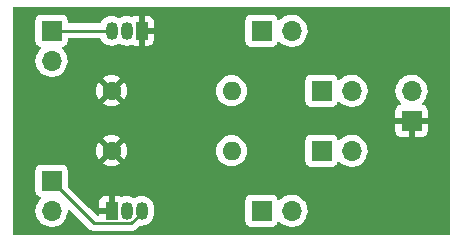
<source format=gtl>
%TF.GenerationSoftware,KiCad,Pcbnew,(6.0.4)*%
%TF.CreationDate,2022-04-14T21:23:52-04:00*%
%TF.ProjectId,GEN3,47454e33-2e6b-4696-9361-645f70636258,rev?*%
%TF.SameCoordinates,Original*%
%TF.FileFunction,Copper,L1,Top*%
%TF.FilePolarity,Positive*%
%FSLAX46Y46*%
G04 Gerber Fmt 4.6, Leading zero omitted, Abs format (unit mm)*
G04 Created by KiCad (PCBNEW (6.0.4)) date 2022-04-14 21:23:52*
%MOMM*%
%LPD*%
G01*
G04 APERTURE LIST*
%TA.AperFunction,ComponentPad*%
%ADD10R,1.050000X1.500000*%
%TD*%
%TA.AperFunction,ComponentPad*%
%ADD11O,1.050000X1.500000*%
%TD*%
%TA.AperFunction,ComponentPad*%
%ADD12R,1.700000X1.700000*%
%TD*%
%TA.AperFunction,ComponentPad*%
%ADD13O,1.700000X1.700000*%
%TD*%
%TA.AperFunction,ComponentPad*%
%ADD14C,1.600000*%
%TD*%
%TA.AperFunction,ComponentPad*%
%ADD15O,1.600000X1.600000*%
%TD*%
%TA.AperFunction,Conductor*%
%ADD16C,0.250000*%
%TD*%
G04 APERTURE END LIST*
D10*
%TO.P,fet1,1,S*%
%TO.N,GND*%
X128270000Y-91440000D03*
D11*
%TO.P,fet1,2,G*%
%TO.N,Net-(fet1-Pad2)*%
X129540000Y-91440000D03*
%TO.P,fet1,3,D*%
%TO.N,Net-(fet1-Pad3)*%
X130810000Y-91440000D03*
%TD*%
D12*
%TO.P,Switch1,1,Pin_1*%
%TO.N,Net-(left_tube1-Pad2)*%
X146050000Y-86360000D03*
D13*
%TO.P,Switch1,2,Pin_2*%
%TO.N,Net-(Switch1-Pad2)*%
X148590000Y-86360000D03*
%TD*%
D14*
%TO.P,10K Resistors,1*%
%TO.N,GND*%
X128270000Y-86360000D03*
D15*
%TO.P,10K Resistors,2*%
%TO.N,Net-(fet1-Pad2)*%
X138430000Y-86360000D03*
%TD*%
D12*
%TO.P,BUCK1,1,Pin_1*%
%TO.N,GND*%
X153670000Y-83820000D03*
D13*
%TO.P,BUCK1,2,Pin_2*%
%TO.N,Net-(Switch1-Pad2)*%
X153670000Y-81280000D03*
%TD*%
D12*
%TO.P,Reed1,1,Pin_1*%
%TO.N,Net-(fet1-Pad2)*%
X140970000Y-91440000D03*
D13*
%TO.P,Reed1,2,Pin_2*%
%TO.N,Net-(left_tube1-Pad2)*%
X143510000Y-91440000D03*
%TD*%
D10*
%TO.P,fet2,1,S*%
%TO.N,GND*%
X130810000Y-76200000D03*
D11*
%TO.P,fet2,2,G*%
%TO.N,Net-(reed2-Pad1)*%
X129540000Y-76200000D03*
%TO.P,fet2,3,D*%
%TO.N,Net-(right_tube1-Pad1)*%
X128270000Y-76200000D03*
%TD*%
D14*
%TO.P,R1,1*%
%TO.N,GND*%
X128270000Y-81280000D03*
D15*
%TO.P,R1,2*%
%TO.N,Net-(reed2-Pad1)*%
X138430000Y-81280000D03*
%TD*%
D12*
%TO.P,right_tube1,1,Pin_1*%
%TO.N,Net-(right_tube1-Pad1)*%
X123190000Y-76200000D03*
D13*
%TO.P,right_tube1,2,Pin_2*%
%TO.N,Net-(switch2-Pad1)*%
X123190000Y-78740000D03*
%TD*%
D12*
%TO.P,switch2,1,Pin_1*%
%TO.N,Net-(switch2-Pad1)*%
X146050000Y-81280000D03*
D13*
%TO.P,switch2,2,Pin_2*%
%TO.N,Net-(switch2-Pad2)*%
X148590000Y-81280000D03*
%TD*%
D12*
%TO.P,Reed2,1,Pin_1*%
%TO.N,Net-(reed2-Pad1)*%
X140970000Y-76200000D03*
D13*
%TO.P,Reed2,2,Pin_2*%
%TO.N,Net-(switch2-Pad1)*%
X143510000Y-76200000D03*
%TD*%
D12*
%TO.P,left_tube1,1,Pin_1*%
%TO.N,Net-(fet1-Pad3)*%
X123190000Y-88900000D03*
D13*
%TO.P,left_tube1,2,Pin_2*%
%TO.N,Net-(left_tube1-Pad2)*%
X123190000Y-91440000D03*
%TD*%
D16*
%TO.N,Net-(fet1-Pad3)*%
X130810000Y-91665000D02*
X130810000Y-91440000D01*
X126804520Y-92514520D02*
X129960480Y-92514520D01*
X129960480Y-92514520D02*
X130810000Y-91665000D01*
X123190000Y-88900000D02*
X126804520Y-92514520D01*
%TO.N,Net-(right_tube1-Pad1)*%
X123190000Y-76200000D02*
X128270000Y-76200000D01*
%TD*%
%TA.AperFunction,Conductor*%
%TO.N,GND*%
G36*
X156913621Y-74188502D02*
G01*
X156960114Y-74242158D01*
X156971500Y-74294500D01*
X156971500Y-93345500D01*
X156951498Y-93413621D01*
X156897842Y-93460114D01*
X156845500Y-93471500D01*
X120014500Y-93471500D01*
X119946379Y-93451498D01*
X119899886Y-93397842D01*
X119888500Y-93345500D01*
X119888500Y-91406695D01*
X121827251Y-91406695D01*
X121827548Y-91411848D01*
X121827548Y-91411851D01*
X121833011Y-91506590D01*
X121840110Y-91629715D01*
X121841247Y-91634761D01*
X121841248Y-91634767D01*
X121852031Y-91682614D01*
X121889222Y-91847639D01*
X121973266Y-92054616D01*
X122089987Y-92245088D01*
X122236250Y-92413938D01*
X122408126Y-92556632D01*
X122601000Y-92669338D01*
X122809692Y-92749030D01*
X122814760Y-92750061D01*
X122814763Y-92750062D01*
X122922017Y-92771883D01*
X123028597Y-92793567D01*
X123033772Y-92793757D01*
X123033774Y-92793757D01*
X123246673Y-92801564D01*
X123246677Y-92801564D01*
X123251837Y-92801753D01*
X123256957Y-92801097D01*
X123256959Y-92801097D01*
X123468288Y-92774025D01*
X123468289Y-92774025D01*
X123473416Y-92773368D01*
X123478366Y-92771883D01*
X123682429Y-92710661D01*
X123682434Y-92710659D01*
X123687384Y-92709174D01*
X123887994Y-92610896D01*
X124069860Y-92481173D01*
X124228096Y-92323489D01*
X124276278Y-92256437D01*
X124355435Y-92146277D01*
X124358453Y-92142077D01*
X124389378Y-92079506D01*
X124455136Y-91946453D01*
X124455137Y-91946451D01*
X124457430Y-91941811D01*
X124522370Y-91728069D01*
X124551529Y-91506590D01*
X124552676Y-91459654D01*
X124574336Y-91392042D01*
X124629111Y-91346874D01*
X124699611Y-91338490D01*
X124767733Y-91373637D01*
X126300863Y-92906767D01*
X126308407Y-92915057D01*
X126312520Y-92921538D01*
X126318297Y-92926963D01*
X126362187Y-92968178D01*
X126365029Y-92970933D01*
X126384750Y-92990654D01*
X126387945Y-92993132D01*
X126396967Y-93000838D01*
X126429199Y-93031106D01*
X126436148Y-93034926D01*
X126446952Y-93040866D01*
X126463476Y-93051719D01*
X126479479Y-93064133D01*
X126520063Y-93081696D01*
X126530693Y-93086903D01*
X126569460Y-93108215D01*
X126577137Y-93110186D01*
X126577142Y-93110188D01*
X126589078Y-93113252D01*
X126607786Y-93119657D01*
X126626375Y-93127701D01*
X126634203Y-93128941D01*
X126634210Y-93128943D01*
X126670044Y-93134619D01*
X126681664Y-93137025D01*
X126713479Y-93145193D01*
X126724490Y-93148020D01*
X126744744Y-93148020D01*
X126764454Y-93149571D01*
X126784463Y-93152740D01*
X126792355Y-93151994D01*
X126811100Y-93150222D01*
X126828482Y-93148579D01*
X126840339Y-93148020D01*
X129881713Y-93148020D01*
X129892896Y-93148547D01*
X129900389Y-93150222D01*
X129908315Y-93149973D01*
X129908316Y-93149973D01*
X129968466Y-93148082D01*
X129972425Y-93148020D01*
X130000336Y-93148020D01*
X130004271Y-93147523D01*
X130004336Y-93147515D01*
X130016173Y-93146582D01*
X130048431Y-93145568D01*
X130052450Y-93145442D01*
X130060369Y-93145193D01*
X130079823Y-93139541D01*
X130099180Y-93135533D01*
X130111410Y-93133988D01*
X130111411Y-93133988D01*
X130119277Y-93132994D01*
X130126648Y-93130075D01*
X130126650Y-93130075D01*
X130160392Y-93116716D01*
X130171622Y-93112871D01*
X130206463Y-93102749D01*
X130206464Y-93102749D01*
X130214073Y-93100538D01*
X130220892Y-93096505D01*
X130220897Y-93096503D01*
X130231508Y-93090227D01*
X130249256Y-93081532D01*
X130268097Y-93074072D01*
X130288467Y-93059273D01*
X130303867Y-93048084D01*
X130313787Y-93041568D01*
X130345015Y-93023100D01*
X130345018Y-93023098D01*
X130351842Y-93019062D01*
X130366163Y-93004741D01*
X130381197Y-92991900D01*
X130382912Y-92990654D01*
X130397587Y-92979992D01*
X130425778Y-92945915D01*
X130433768Y-92937136D01*
X130637801Y-92733103D01*
X130700113Y-92699077D01*
X130740066Y-92696888D01*
X130796621Y-92702832D01*
X130796623Y-92702832D01*
X130802750Y-92703476D01*
X130886014Y-92695898D01*
X130998457Y-92685665D01*
X130998460Y-92685664D01*
X131004596Y-92685106D01*
X131010502Y-92683368D01*
X131010506Y-92683367D01*
X131193120Y-92629620D01*
X131193119Y-92629620D01*
X131199029Y-92627881D01*
X131204486Y-92625028D01*
X131204489Y-92625027D01*
X131288837Y-92580931D01*
X131378645Y-92533981D01*
X131385715Y-92528297D01*
X131531801Y-92410840D01*
X131536601Y-92406981D01*
X131594370Y-92338134D01*
X139611500Y-92338134D01*
X139618255Y-92400316D01*
X139669385Y-92536705D01*
X139756739Y-92653261D01*
X139873295Y-92740615D01*
X140009684Y-92791745D01*
X140071866Y-92798500D01*
X141868134Y-92798500D01*
X141930316Y-92791745D01*
X142066705Y-92740615D01*
X142183261Y-92653261D01*
X142270615Y-92536705D01*
X142292799Y-92477529D01*
X142314598Y-92419382D01*
X142357240Y-92362618D01*
X142423802Y-92337918D01*
X142493150Y-92353126D01*
X142527817Y-92381114D01*
X142556250Y-92413938D01*
X142728126Y-92556632D01*
X142921000Y-92669338D01*
X143129692Y-92749030D01*
X143134760Y-92750061D01*
X143134763Y-92750062D01*
X143242017Y-92771883D01*
X143348597Y-92793567D01*
X143353772Y-92793757D01*
X143353774Y-92793757D01*
X143566673Y-92801564D01*
X143566677Y-92801564D01*
X143571837Y-92801753D01*
X143576957Y-92801097D01*
X143576959Y-92801097D01*
X143788288Y-92774025D01*
X143788289Y-92774025D01*
X143793416Y-92773368D01*
X143798366Y-92771883D01*
X144002429Y-92710661D01*
X144002434Y-92710659D01*
X144007384Y-92709174D01*
X144207994Y-92610896D01*
X144389860Y-92481173D01*
X144548096Y-92323489D01*
X144596278Y-92256437D01*
X144675435Y-92146277D01*
X144678453Y-92142077D01*
X144709378Y-92079506D01*
X144775136Y-91946453D01*
X144775137Y-91946451D01*
X144777430Y-91941811D01*
X144842370Y-91728069D01*
X144871529Y-91506590D01*
X144873156Y-91440000D01*
X144854852Y-91217361D01*
X144800431Y-91000702D01*
X144711354Y-90795840D01*
X144614252Y-90645743D01*
X144592822Y-90612617D01*
X144592820Y-90612614D01*
X144590014Y-90608277D01*
X144439670Y-90443051D01*
X144435619Y-90439852D01*
X144435615Y-90439848D01*
X144268414Y-90307800D01*
X144268410Y-90307798D01*
X144264359Y-90304598D01*
X144068789Y-90196638D01*
X144063920Y-90194914D01*
X144063916Y-90194912D01*
X143863087Y-90123795D01*
X143863083Y-90123794D01*
X143858212Y-90122069D01*
X143853119Y-90121162D01*
X143853116Y-90121161D01*
X143643373Y-90083800D01*
X143643367Y-90083799D01*
X143638284Y-90082894D01*
X143564452Y-90081992D01*
X143420081Y-90080228D01*
X143420079Y-90080228D01*
X143414911Y-90080165D01*
X143194091Y-90113955D01*
X142981756Y-90183357D01*
X142783607Y-90286507D01*
X142779474Y-90289610D01*
X142779471Y-90289612D01*
X142609100Y-90417530D01*
X142604965Y-90420635D01*
X142548537Y-90479684D01*
X142524283Y-90505064D01*
X142462759Y-90540494D01*
X142391846Y-90537037D01*
X142334060Y-90495791D01*
X142315207Y-90462243D01*
X142273767Y-90351703D01*
X142270615Y-90343295D01*
X142183261Y-90226739D01*
X142066705Y-90139385D01*
X141930316Y-90088255D01*
X141868134Y-90081500D01*
X140071866Y-90081500D01*
X140009684Y-90088255D01*
X139873295Y-90139385D01*
X139756739Y-90226739D01*
X139669385Y-90343295D01*
X139618255Y-90479684D01*
X139611500Y-90541866D01*
X139611500Y-92338134D01*
X131594370Y-92338134D01*
X131666881Y-92251719D01*
X131669845Y-92246327D01*
X131669848Y-92246323D01*
X131761556Y-92079506D01*
X131764523Y-92074109D01*
X131825807Y-91880916D01*
X131826850Y-91871624D01*
X131843107Y-91726683D01*
X131843500Y-91723183D01*
X131843500Y-91163996D01*
X131828723Y-91013287D01*
X131770142Y-90819258D01*
X131674990Y-90640302D01*
X131546890Y-90483237D01*
X131534539Y-90473019D01*
X131395472Y-90357973D01*
X131395469Y-90357971D01*
X131390722Y-90354044D01*
X131212435Y-90257644D01*
X131095214Y-90221358D01*
X131024707Y-90199532D01*
X131024704Y-90199531D01*
X131018820Y-90197710D01*
X131012695Y-90197066D01*
X131012694Y-90197066D01*
X130823378Y-90177168D01*
X130823377Y-90177168D01*
X130817250Y-90176524D01*
X130738709Y-90183672D01*
X130621543Y-90194335D01*
X130621540Y-90194336D01*
X130615404Y-90194894D01*
X130609498Y-90196632D01*
X130609494Y-90196633D01*
X130525487Y-90221358D01*
X130420971Y-90252119D01*
X130415514Y-90254972D01*
X130415511Y-90254973D01*
X130359762Y-90284118D01*
X130241540Y-90345923D01*
X130241538Y-90345923D01*
X130241355Y-90346019D01*
X130241337Y-90345984D01*
X130175559Y-90365889D01*
X130114591Y-90350729D01*
X130105815Y-90345984D01*
X129942435Y-90257644D01*
X129825214Y-90221358D01*
X129754707Y-90199532D01*
X129754704Y-90199531D01*
X129748820Y-90197710D01*
X129742695Y-90197066D01*
X129742694Y-90197066D01*
X129553378Y-90177168D01*
X129553377Y-90177168D01*
X129547250Y-90176524D01*
X129468709Y-90183672D01*
X129351543Y-90194335D01*
X129351540Y-90194336D01*
X129345404Y-90194894D01*
X129339498Y-90196632D01*
X129339494Y-90196633D01*
X129255487Y-90221358D01*
X129150971Y-90252119D01*
X129150771Y-90251441D01*
X129084727Y-90257956D01*
X129047677Y-90244680D01*
X129033063Y-90236679D01*
X128912606Y-90191522D01*
X128897351Y-90187895D01*
X128846486Y-90182369D01*
X128839672Y-90182000D01*
X128542115Y-90182000D01*
X128526876Y-90186475D01*
X128525671Y-90187865D01*
X128524000Y-90195548D01*
X128524000Y-90993758D01*
X128523215Y-91007803D01*
X128506500Y-91156817D01*
X128506500Y-91568000D01*
X128486498Y-91636121D01*
X128432842Y-91682614D01*
X128380500Y-91694000D01*
X127255116Y-91694000D01*
X127239877Y-91698475D01*
X127238672Y-91699865D01*
X127237001Y-91707548D01*
X127237001Y-91746906D01*
X127216999Y-91815027D01*
X127163343Y-91861520D01*
X127093069Y-91871624D01*
X127028489Y-91842130D01*
X127021906Y-91836001D01*
X126353790Y-91167885D01*
X127237000Y-91167885D01*
X127241475Y-91183124D01*
X127242865Y-91184329D01*
X127250548Y-91186000D01*
X127997885Y-91186000D01*
X128013124Y-91181525D01*
X128014329Y-91180135D01*
X128016000Y-91172452D01*
X128016000Y-90200116D01*
X128011525Y-90184877D01*
X128010135Y-90183672D01*
X128002452Y-90182001D01*
X127700331Y-90182001D01*
X127693510Y-90182371D01*
X127642648Y-90187895D01*
X127627396Y-90191521D01*
X127506946Y-90236676D01*
X127491351Y-90245214D01*
X127389276Y-90321715D01*
X127376715Y-90334276D01*
X127300214Y-90436351D01*
X127291676Y-90451946D01*
X127246522Y-90572394D01*
X127242895Y-90587649D01*
X127237369Y-90638514D01*
X127237000Y-90645328D01*
X127237000Y-91167885D01*
X126353790Y-91167885D01*
X124585405Y-89399500D01*
X124551379Y-89337188D01*
X124548500Y-89310405D01*
X124548500Y-88001866D01*
X124541745Y-87939684D01*
X124490615Y-87803295D01*
X124403261Y-87686739D01*
X124286705Y-87599385D01*
X124150316Y-87548255D01*
X124088134Y-87541500D01*
X122291866Y-87541500D01*
X122229684Y-87548255D01*
X122093295Y-87599385D01*
X121976739Y-87686739D01*
X121889385Y-87803295D01*
X121838255Y-87939684D01*
X121831500Y-88001866D01*
X121831500Y-89798134D01*
X121838255Y-89860316D01*
X121889385Y-89996705D01*
X121976739Y-90113261D01*
X122093295Y-90200615D01*
X122101704Y-90203767D01*
X122101705Y-90203768D01*
X122210451Y-90244535D01*
X122267216Y-90287176D01*
X122291916Y-90353738D01*
X122276709Y-90423087D01*
X122257316Y-90449568D01*
X122245203Y-90462243D01*
X122139941Y-90572394D01*
X122130629Y-90582138D01*
X122127715Y-90586410D01*
X122127714Y-90586411D01*
X122115404Y-90604457D01*
X122004743Y-90766680D01*
X121910688Y-90969305D01*
X121850989Y-91184570D01*
X121827251Y-91406695D01*
X119888500Y-91406695D01*
X119888500Y-87446062D01*
X127548493Y-87446062D01*
X127557789Y-87458077D01*
X127608994Y-87493931D01*
X127618489Y-87499414D01*
X127815947Y-87591490D01*
X127826239Y-87595236D01*
X128036688Y-87651625D01*
X128047481Y-87653528D01*
X128264525Y-87672517D01*
X128275475Y-87672517D01*
X128492519Y-87653528D01*
X128503312Y-87651625D01*
X128713761Y-87595236D01*
X128724053Y-87591490D01*
X128921511Y-87499414D01*
X128931006Y-87493931D01*
X128983048Y-87457491D01*
X128991424Y-87447012D01*
X128984356Y-87433566D01*
X128282812Y-86732022D01*
X128268868Y-86724408D01*
X128267035Y-86724539D01*
X128260420Y-86728790D01*
X127554923Y-87434287D01*
X127548493Y-87446062D01*
X119888500Y-87446062D01*
X119888500Y-86365475D01*
X126957483Y-86365475D01*
X126976472Y-86582519D01*
X126978375Y-86593312D01*
X127034764Y-86803761D01*
X127038510Y-86814053D01*
X127130586Y-87011511D01*
X127136069Y-87021006D01*
X127172509Y-87073048D01*
X127182988Y-87081424D01*
X127196434Y-87074356D01*
X127897978Y-86372812D01*
X127904356Y-86361132D01*
X128634408Y-86361132D01*
X128634539Y-86362965D01*
X128638790Y-86369580D01*
X129344287Y-87075077D01*
X129356062Y-87081507D01*
X129368077Y-87072211D01*
X129403931Y-87021006D01*
X129409414Y-87011511D01*
X129501490Y-86814053D01*
X129505236Y-86803761D01*
X129561625Y-86593312D01*
X129563528Y-86582519D01*
X129582517Y-86365475D01*
X129582517Y-86360000D01*
X137116502Y-86360000D01*
X137136457Y-86588087D01*
X137137881Y-86593400D01*
X137137881Y-86593402D01*
X137175025Y-86732022D01*
X137195716Y-86809243D01*
X137198039Y-86814224D01*
X137198039Y-86814225D01*
X137290151Y-87011762D01*
X137290154Y-87011767D01*
X137292477Y-87016749D01*
X137423802Y-87204300D01*
X137585700Y-87366198D01*
X137590208Y-87369355D01*
X137590211Y-87369357D01*
X137630445Y-87397529D01*
X137773251Y-87497523D01*
X137778233Y-87499846D01*
X137778238Y-87499849D01*
X137974765Y-87591490D01*
X137980757Y-87594284D01*
X137986065Y-87595706D01*
X137986067Y-87595707D01*
X138196598Y-87652119D01*
X138196600Y-87652119D01*
X138201913Y-87653543D01*
X138430000Y-87673498D01*
X138658087Y-87653543D01*
X138663400Y-87652119D01*
X138663402Y-87652119D01*
X138873933Y-87595707D01*
X138873935Y-87595706D01*
X138879243Y-87594284D01*
X138885235Y-87591490D01*
X139081762Y-87499849D01*
X139081767Y-87499846D01*
X139086749Y-87497523D01*
X139229555Y-87397529D01*
X139269789Y-87369357D01*
X139269792Y-87369355D01*
X139274300Y-87366198D01*
X139382364Y-87258134D01*
X144691500Y-87258134D01*
X144698255Y-87320316D01*
X144749385Y-87456705D01*
X144836739Y-87573261D01*
X144953295Y-87660615D01*
X145089684Y-87711745D01*
X145151866Y-87718500D01*
X146948134Y-87718500D01*
X147010316Y-87711745D01*
X147146705Y-87660615D01*
X147263261Y-87573261D01*
X147350615Y-87456705D01*
X147372799Y-87397529D01*
X147394598Y-87339382D01*
X147437240Y-87282618D01*
X147503802Y-87257918D01*
X147573150Y-87273126D01*
X147607817Y-87301114D01*
X147636250Y-87333938D01*
X147808126Y-87476632D01*
X148001000Y-87589338D01*
X148005825Y-87591180D01*
X148005826Y-87591181D01*
X148019056Y-87596233D01*
X148209692Y-87669030D01*
X148214760Y-87670061D01*
X148214763Y-87670062D01*
X148296734Y-87686739D01*
X148428597Y-87713567D01*
X148433772Y-87713757D01*
X148433774Y-87713757D01*
X148646673Y-87721564D01*
X148646677Y-87721564D01*
X148651837Y-87721753D01*
X148656957Y-87721097D01*
X148656959Y-87721097D01*
X148868288Y-87694025D01*
X148868289Y-87694025D01*
X148873416Y-87693368D01*
X148878366Y-87691883D01*
X149082429Y-87630661D01*
X149082434Y-87630659D01*
X149087384Y-87629174D01*
X149287994Y-87530896D01*
X149469860Y-87401173D01*
X149501788Y-87369357D01*
X149613616Y-87257918D01*
X149628096Y-87243489D01*
X149659498Y-87199789D01*
X149755435Y-87066277D01*
X149758453Y-87062077D01*
X149778628Y-87021257D01*
X149855136Y-86866453D01*
X149855137Y-86866451D01*
X149857430Y-86861811D01*
X149922370Y-86648069D01*
X149951529Y-86426590D01*
X149953156Y-86360000D01*
X149934852Y-86137361D01*
X149880431Y-85920702D01*
X149791354Y-85715840D01*
X149670014Y-85528277D01*
X149519670Y-85363051D01*
X149515619Y-85359852D01*
X149515615Y-85359848D01*
X149348414Y-85227800D01*
X149348410Y-85227798D01*
X149344359Y-85224598D01*
X149337092Y-85220586D01*
X149292136Y-85195769D01*
X149148789Y-85116638D01*
X149143920Y-85114914D01*
X149143916Y-85114912D01*
X148943087Y-85043795D01*
X148943083Y-85043794D01*
X148938212Y-85042069D01*
X148933119Y-85041162D01*
X148933116Y-85041161D01*
X148723373Y-85003800D01*
X148723367Y-85003799D01*
X148718284Y-85002894D01*
X148644452Y-85001992D01*
X148500081Y-85000228D01*
X148500079Y-85000228D01*
X148494911Y-85000165D01*
X148274091Y-85033955D01*
X148061756Y-85103357D01*
X148031443Y-85119137D01*
X147929693Y-85172105D01*
X147863607Y-85206507D01*
X147859474Y-85209610D01*
X147859471Y-85209612D01*
X147775062Y-85272988D01*
X147684965Y-85340635D01*
X147628537Y-85399684D01*
X147604283Y-85425064D01*
X147542759Y-85460494D01*
X147471846Y-85457037D01*
X147414060Y-85415791D01*
X147395207Y-85382243D01*
X147353767Y-85271703D01*
X147350615Y-85263295D01*
X147263261Y-85146739D01*
X147146705Y-85059385D01*
X147010316Y-85008255D01*
X146948134Y-85001500D01*
X145151866Y-85001500D01*
X145089684Y-85008255D01*
X144953295Y-85059385D01*
X144836739Y-85146739D01*
X144749385Y-85263295D01*
X144698255Y-85399684D01*
X144691500Y-85461866D01*
X144691500Y-87258134D01*
X139382364Y-87258134D01*
X139436198Y-87204300D01*
X139567523Y-87016749D01*
X139569846Y-87011767D01*
X139569849Y-87011762D01*
X139661961Y-86814225D01*
X139661961Y-86814224D01*
X139664284Y-86809243D01*
X139684976Y-86732022D01*
X139722119Y-86593402D01*
X139722119Y-86593400D01*
X139723543Y-86588087D01*
X139743498Y-86360000D01*
X139723543Y-86131913D01*
X139686981Y-85995461D01*
X139665707Y-85916067D01*
X139665706Y-85916065D01*
X139664284Y-85910757D01*
X139661961Y-85905775D01*
X139569849Y-85708238D01*
X139569846Y-85708233D01*
X139567523Y-85703251D01*
X139494098Y-85598389D01*
X139439357Y-85520211D01*
X139439355Y-85520208D01*
X139436198Y-85515700D01*
X139274300Y-85353802D01*
X139269792Y-85350645D01*
X139269789Y-85350643D01*
X139143920Y-85262509D01*
X139086749Y-85222477D01*
X139081767Y-85220154D01*
X139081762Y-85220151D01*
X138884225Y-85128039D01*
X138884224Y-85128039D01*
X138879243Y-85125716D01*
X138873935Y-85124294D01*
X138873933Y-85124293D01*
X138663402Y-85067881D01*
X138663400Y-85067881D01*
X138658087Y-85066457D01*
X138430000Y-85046502D01*
X138201913Y-85066457D01*
X138196600Y-85067881D01*
X138196598Y-85067881D01*
X137986067Y-85124293D01*
X137986065Y-85124294D01*
X137980757Y-85125716D01*
X137975776Y-85128039D01*
X137975775Y-85128039D01*
X137778238Y-85220151D01*
X137778233Y-85220154D01*
X137773251Y-85222477D01*
X137716080Y-85262509D01*
X137590211Y-85350643D01*
X137590208Y-85350645D01*
X137585700Y-85353802D01*
X137423802Y-85515700D01*
X137420645Y-85520208D01*
X137420643Y-85520211D01*
X137365902Y-85598389D01*
X137292477Y-85703251D01*
X137290154Y-85708233D01*
X137290151Y-85708238D01*
X137198039Y-85905775D01*
X137195716Y-85910757D01*
X137194294Y-85916065D01*
X137194293Y-85916067D01*
X137173019Y-85995461D01*
X137136457Y-86131913D01*
X137116502Y-86360000D01*
X129582517Y-86360000D01*
X129582517Y-86354525D01*
X129563528Y-86137481D01*
X129561625Y-86126688D01*
X129505236Y-85916239D01*
X129501490Y-85905947D01*
X129409414Y-85708489D01*
X129403931Y-85698994D01*
X129367491Y-85646952D01*
X129357012Y-85638576D01*
X129343566Y-85645644D01*
X128642022Y-86347188D01*
X128634408Y-86361132D01*
X127904356Y-86361132D01*
X127905592Y-86358868D01*
X127905461Y-86357035D01*
X127901210Y-86350420D01*
X127195713Y-85644923D01*
X127183938Y-85638493D01*
X127171923Y-85647789D01*
X127136069Y-85698994D01*
X127130586Y-85708489D01*
X127038510Y-85905947D01*
X127034764Y-85916239D01*
X126978375Y-86126688D01*
X126976472Y-86137481D01*
X126957483Y-86354525D01*
X126957483Y-86365475D01*
X119888500Y-86365475D01*
X119888500Y-85272988D01*
X127548576Y-85272988D01*
X127555644Y-85286434D01*
X128257188Y-85987978D01*
X128271132Y-85995592D01*
X128272965Y-85995461D01*
X128279580Y-85991210D01*
X128985077Y-85285713D01*
X128991507Y-85273938D01*
X128982211Y-85261923D01*
X128931006Y-85226069D01*
X128921511Y-85220586D01*
X128724053Y-85128510D01*
X128713761Y-85124764D01*
X128503312Y-85068375D01*
X128492519Y-85066472D01*
X128275475Y-85047483D01*
X128264525Y-85047483D01*
X128047481Y-85066472D01*
X128036688Y-85068375D01*
X127826239Y-85124764D01*
X127815947Y-85128510D01*
X127618489Y-85220586D01*
X127608994Y-85226069D01*
X127556952Y-85262509D01*
X127548576Y-85272988D01*
X119888500Y-85272988D01*
X119888500Y-84714669D01*
X152312001Y-84714669D01*
X152312371Y-84721490D01*
X152317895Y-84772352D01*
X152321521Y-84787604D01*
X152366676Y-84908054D01*
X152375214Y-84923649D01*
X152451715Y-85025724D01*
X152464276Y-85038285D01*
X152566351Y-85114786D01*
X152581946Y-85123324D01*
X152702394Y-85168478D01*
X152717649Y-85172105D01*
X152768514Y-85177631D01*
X152775328Y-85178000D01*
X153397885Y-85178000D01*
X153413124Y-85173525D01*
X153414329Y-85172135D01*
X153416000Y-85164452D01*
X153416000Y-85159884D01*
X153924000Y-85159884D01*
X153928475Y-85175123D01*
X153929865Y-85176328D01*
X153937548Y-85177999D01*
X154564669Y-85177999D01*
X154571490Y-85177629D01*
X154622352Y-85172105D01*
X154637604Y-85168479D01*
X154758054Y-85123324D01*
X154773649Y-85114786D01*
X154875724Y-85038285D01*
X154888285Y-85025724D01*
X154964786Y-84923649D01*
X154973324Y-84908054D01*
X155018478Y-84787606D01*
X155022105Y-84772351D01*
X155027631Y-84721486D01*
X155028000Y-84714672D01*
X155028000Y-84092115D01*
X155023525Y-84076876D01*
X155022135Y-84075671D01*
X155014452Y-84074000D01*
X153942115Y-84074000D01*
X153926876Y-84078475D01*
X153925671Y-84079865D01*
X153924000Y-84087548D01*
X153924000Y-85159884D01*
X153416000Y-85159884D01*
X153416000Y-84092115D01*
X153411525Y-84076876D01*
X153410135Y-84075671D01*
X153402452Y-84074000D01*
X152330116Y-84074000D01*
X152314877Y-84078475D01*
X152313672Y-84079865D01*
X152312001Y-84087548D01*
X152312001Y-84714669D01*
X119888500Y-84714669D01*
X119888500Y-82366062D01*
X127548493Y-82366062D01*
X127557789Y-82378077D01*
X127608994Y-82413931D01*
X127618489Y-82419414D01*
X127815947Y-82511490D01*
X127826239Y-82515236D01*
X128036688Y-82571625D01*
X128047481Y-82573528D01*
X128264525Y-82592517D01*
X128275475Y-82592517D01*
X128492519Y-82573528D01*
X128503312Y-82571625D01*
X128713761Y-82515236D01*
X128724053Y-82511490D01*
X128921511Y-82419414D01*
X128931006Y-82413931D01*
X128983048Y-82377491D01*
X128991424Y-82367012D01*
X128984356Y-82353566D01*
X128282812Y-81652022D01*
X128268868Y-81644408D01*
X128267035Y-81644539D01*
X128260420Y-81648790D01*
X127554923Y-82354287D01*
X127548493Y-82366062D01*
X119888500Y-82366062D01*
X119888500Y-81285475D01*
X126957483Y-81285475D01*
X126976472Y-81502519D01*
X126978375Y-81513312D01*
X127034764Y-81723761D01*
X127038510Y-81734053D01*
X127130586Y-81931511D01*
X127136069Y-81941006D01*
X127172509Y-81993048D01*
X127182988Y-82001424D01*
X127196434Y-81994356D01*
X127897978Y-81292812D01*
X127904356Y-81281132D01*
X128634408Y-81281132D01*
X128634539Y-81282965D01*
X128638790Y-81289580D01*
X129344287Y-81995077D01*
X129356062Y-82001507D01*
X129368077Y-81992211D01*
X129403931Y-81941006D01*
X129409414Y-81931511D01*
X129501490Y-81734053D01*
X129505236Y-81723761D01*
X129561625Y-81513312D01*
X129563528Y-81502519D01*
X129582517Y-81285475D01*
X129582517Y-81280000D01*
X137116502Y-81280000D01*
X137136457Y-81508087D01*
X137137881Y-81513400D01*
X137137881Y-81513402D01*
X137185851Y-81692425D01*
X137195716Y-81729243D01*
X137198039Y-81734224D01*
X137198039Y-81734225D01*
X137290151Y-81931762D01*
X137290154Y-81931767D01*
X137292477Y-81936749D01*
X137295634Y-81941257D01*
X137399078Y-82088990D01*
X137423802Y-82124300D01*
X137585700Y-82286198D01*
X137590208Y-82289355D01*
X137590211Y-82289357D01*
X137600835Y-82296796D01*
X137773251Y-82417523D01*
X137778233Y-82419846D01*
X137778238Y-82419849D01*
X137974765Y-82511490D01*
X137980757Y-82514284D01*
X137986065Y-82515706D01*
X137986067Y-82515707D01*
X138196598Y-82572119D01*
X138196600Y-82572119D01*
X138201913Y-82573543D01*
X138430000Y-82593498D01*
X138658087Y-82573543D01*
X138663400Y-82572119D01*
X138663402Y-82572119D01*
X138873933Y-82515707D01*
X138873935Y-82515706D01*
X138879243Y-82514284D01*
X138885235Y-82511490D01*
X139081762Y-82419849D01*
X139081767Y-82419846D01*
X139086749Y-82417523D01*
X139259165Y-82296796D01*
X139269789Y-82289357D01*
X139269792Y-82289355D01*
X139274300Y-82286198D01*
X139382364Y-82178134D01*
X144691500Y-82178134D01*
X144698255Y-82240316D01*
X144749385Y-82376705D01*
X144836739Y-82493261D01*
X144953295Y-82580615D01*
X145089684Y-82631745D01*
X145151866Y-82638500D01*
X146948134Y-82638500D01*
X147010316Y-82631745D01*
X147146705Y-82580615D01*
X147263261Y-82493261D01*
X147350615Y-82376705D01*
X147371433Y-82321173D01*
X147394598Y-82259382D01*
X147437240Y-82202618D01*
X147503802Y-82177918D01*
X147573150Y-82193126D01*
X147607817Y-82221114D01*
X147636250Y-82253938D01*
X147808126Y-82396632D01*
X148001000Y-82509338D01*
X148005825Y-82511180D01*
X148005826Y-82511181D01*
X148020216Y-82516676D01*
X148209692Y-82589030D01*
X148214760Y-82590061D01*
X148214763Y-82590062D01*
X148272040Y-82601715D01*
X148428597Y-82633567D01*
X148433772Y-82633757D01*
X148433774Y-82633757D01*
X148646673Y-82641564D01*
X148646677Y-82641564D01*
X148651837Y-82641753D01*
X148656957Y-82641097D01*
X148656959Y-82641097D01*
X148868288Y-82614025D01*
X148868289Y-82614025D01*
X148873416Y-82613368D01*
X148878366Y-82611883D01*
X149082429Y-82550661D01*
X149082434Y-82550659D01*
X149087384Y-82549174D01*
X149287994Y-82450896D01*
X149469860Y-82321173D01*
X149494323Y-82296796D01*
X149613616Y-82177918D01*
X149628096Y-82163489D01*
X149659498Y-82119789D01*
X149755435Y-81986277D01*
X149758453Y-81982077D01*
X149778628Y-81941257D01*
X149855136Y-81786453D01*
X149855137Y-81786451D01*
X149857430Y-81781811D01*
X149922370Y-81568069D01*
X149951529Y-81346590D01*
X149953156Y-81280000D01*
X149950418Y-81246695D01*
X152307251Y-81246695D01*
X152307548Y-81251848D01*
X152307548Y-81251851D01*
X152313011Y-81346590D01*
X152320110Y-81469715D01*
X152321247Y-81474761D01*
X152321248Y-81474767D01*
X152329935Y-81513312D01*
X152369222Y-81687639D01*
X152453266Y-81894616D01*
X152569987Y-82085088D01*
X152716250Y-82253938D01*
X152720225Y-82257238D01*
X152720231Y-82257244D01*
X152725425Y-82261556D01*
X152765059Y-82320460D01*
X152766555Y-82391441D01*
X152729439Y-82451962D01*
X152689168Y-82476480D01*
X152581946Y-82516676D01*
X152566351Y-82525214D01*
X152464276Y-82601715D01*
X152451715Y-82614276D01*
X152375214Y-82716351D01*
X152366676Y-82731946D01*
X152321522Y-82852394D01*
X152317895Y-82867649D01*
X152312369Y-82918514D01*
X152312000Y-82925328D01*
X152312000Y-83547885D01*
X152316475Y-83563124D01*
X152317865Y-83564329D01*
X152325548Y-83566000D01*
X155009884Y-83566000D01*
X155025123Y-83561525D01*
X155026328Y-83560135D01*
X155027999Y-83552452D01*
X155027999Y-82925331D01*
X155027629Y-82918510D01*
X155022105Y-82867648D01*
X155018479Y-82852396D01*
X154973324Y-82731946D01*
X154964786Y-82716351D01*
X154888285Y-82614276D01*
X154875724Y-82601715D01*
X154773649Y-82525214D01*
X154758054Y-82516676D01*
X154647813Y-82475348D01*
X154591049Y-82432706D01*
X154566349Y-82366145D01*
X154581557Y-82296796D01*
X154603104Y-82268115D01*
X154704430Y-82167144D01*
X154704440Y-82167132D01*
X154708096Y-82163489D01*
X154739498Y-82119789D01*
X154835435Y-81986277D01*
X154838453Y-81982077D01*
X154858628Y-81941257D01*
X154935136Y-81786453D01*
X154935137Y-81786451D01*
X154937430Y-81781811D01*
X155002370Y-81568069D01*
X155031529Y-81346590D01*
X155033156Y-81280000D01*
X155014852Y-81057361D01*
X154960431Y-80840702D01*
X154871354Y-80635840D01*
X154750014Y-80448277D01*
X154599670Y-80283051D01*
X154595619Y-80279852D01*
X154595615Y-80279848D01*
X154428414Y-80147800D01*
X154428410Y-80147798D01*
X154424359Y-80144598D01*
X154417092Y-80140586D01*
X154330045Y-80092534D01*
X154228789Y-80036638D01*
X154223920Y-80034914D01*
X154223916Y-80034912D01*
X154023087Y-79963795D01*
X154023083Y-79963794D01*
X154018212Y-79962069D01*
X154013119Y-79961162D01*
X154013116Y-79961161D01*
X153803373Y-79923800D01*
X153803367Y-79923799D01*
X153798284Y-79922894D01*
X153724452Y-79921992D01*
X153580081Y-79920228D01*
X153580079Y-79920228D01*
X153574911Y-79920165D01*
X153354091Y-79953955D01*
X153141756Y-80023357D01*
X152943607Y-80126507D01*
X152939474Y-80129610D01*
X152939471Y-80129612D01*
X152855062Y-80192988D01*
X152764965Y-80260635D01*
X152761393Y-80264373D01*
X152653729Y-80377037D01*
X152610629Y-80422138D01*
X152607715Y-80426410D01*
X152607714Y-80426411D01*
X152598300Y-80440211D01*
X152484743Y-80606680D01*
X152390688Y-80809305D01*
X152330989Y-81024570D01*
X152307251Y-81246695D01*
X149950418Y-81246695D01*
X149934852Y-81057361D01*
X149880431Y-80840702D01*
X149791354Y-80635840D01*
X149670014Y-80448277D01*
X149519670Y-80283051D01*
X149515619Y-80279852D01*
X149515615Y-80279848D01*
X149348414Y-80147800D01*
X149348410Y-80147798D01*
X149344359Y-80144598D01*
X149337092Y-80140586D01*
X149250045Y-80092534D01*
X149148789Y-80036638D01*
X149143920Y-80034914D01*
X149143916Y-80034912D01*
X148943087Y-79963795D01*
X148943083Y-79963794D01*
X148938212Y-79962069D01*
X148933119Y-79961162D01*
X148933116Y-79961161D01*
X148723373Y-79923800D01*
X148723367Y-79923799D01*
X148718284Y-79922894D01*
X148644452Y-79921992D01*
X148500081Y-79920228D01*
X148500079Y-79920228D01*
X148494911Y-79920165D01*
X148274091Y-79953955D01*
X148061756Y-80023357D01*
X147863607Y-80126507D01*
X147859474Y-80129610D01*
X147859471Y-80129612D01*
X147775062Y-80192988D01*
X147684965Y-80260635D01*
X147628537Y-80319684D01*
X147604283Y-80345064D01*
X147542759Y-80380494D01*
X147471846Y-80377037D01*
X147414060Y-80335791D01*
X147395207Y-80302243D01*
X147353767Y-80191703D01*
X147350615Y-80183295D01*
X147263261Y-80066739D01*
X147146705Y-79979385D01*
X147010316Y-79928255D01*
X146948134Y-79921500D01*
X145151866Y-79921500D01*
X145089684Y-79928255D01*
X144953295Y-79979385D01*
X144836739Y-80066739D01*
X144749385Y-80183295D01*
X144698255Y-80319684D01*
X144691500Y-80381866D01*
X144691500Y-82178134D01*
X139382364Y-82178134D01*
X139436198Y-82124300D01*
X139460923Y-82088990D01*
X139564366Y-81941257D01*
X139567523Y-81936749D01*
X139569846Y-81931767D01*
X139569849Y-81931762D01*
X139661961Y-81734225D01*
X139661961Y-81734224D01*
X139664284Y-81729243D01*
X139674150Y-81692425D01*
X139722119Y-81513402D01*
X139722119Y-81513400D01*
X139723543Y-81508087D01*
X139743498Y-81280000D01*
X139723543Y-81051913D01*
X139717593Y-81029707D01*
X139665707Y-80836067D01*
X139665706Y-80836065D01*
X139664284Y-80830757D01*
X139652092Y-80804610D01*
X139569849Y-80628238D01*
X139569846Y-80628233D01*
X139567523Y-80623251D01*
X139494098Y-80518389D01*
X139439357Y-80440211D01*
X139439355Y-80440208D01*
X139436198Y-80435700D01*
X139274300Y-80273802D01*
X139269792Y-80270645D01*
X139269789Y-80270643D01*
X139143920Y-80182509D01*
X139086749Y-80142477D01*
X139081767Y-80140154D01*
X139081762Y-80140151D01*
X138884225Y-80048039D01*
X138884224Y-80048039D01*
X138879243Y-80045716D01*
X138873935Y-80044294D01*
X138873933Y-80044293D01*
X138663402Y-79987881D01*
X138663400Y-79987881D01*
X138658087Y-79986457D01*
X138430000Y-79966502D01*
X138201913Y-79986457D01*
X138196600Y-79987881D01*
X138196598Y-79987881D01*
X137986067Y-80044293D01*
X137986065Y-80044294D01*
X137980757Y-80045716D01*
X137975776Y-80048039D01*
X137975775Y-80048039D01*
X137778238Y-80140151D01*
X137778233Y-80140154D01*
X137773251Y-80142477D01*
X137716080Y-80182509D01*
X137590211Y-80270643D01*
X137590208Y-80270645D01*
X137585700Y-80273802D01*
X137423802Y-80435700D01*
X137420645Y-80440208D01*
X137420643Y-80440211D01*
X137365902Y-80518389D01*
X137292477Y-80623251D01*
X137290154Y-80628233D01*
X137290151Y-80628238D01*
X137207908Y-80804610D01*
X137195716Y-80830757D01*
X137194294Y-80836065D01*
X137194293Y-80836067D01*
X137142407Y-81029707D01*
X137136457Y-81051913D01*
X137116502Y-81280000D01*
X129582517Y-81280000D01*
X129582517Y-81274525D01*
X129563528Y-81057481D01*
X129561625Y-81046688D01*
X129505236Y-80836239D01*
X129501490Y-80825947D01*
X129409414Y-80628489D01*
X129403931Y-80618994D01*
X129367491Y-80566952D01*
X129357012Y-80558576D01*
X129343566Y-80565644D01*
X128642022Y-81267188D01*
X128634408Y-81281132D01*
X127904356Y-81281132D01*
X127905592Y-81278868D01*
X127905461Y-81277035D01*
X127901210Y-81270420D01*
X127195713Y-80564923D01*
X127183938Y-80558493D01*
X127171923Y-80567789D01*
X127136069Y-80618994D01*
X127130586Y-80628489D01*
X127038510Y-80825947D01*
X127034764Y-80836239D01*
X126978375Y-81046688D01*
X126976472Y-81057481D01*
X126957483Y-81274525D01*
X126957483Y-81285475D01*
X119888500Y-81285475D01*
X119888500Y-80192988D01*
X127548576Y-80192988D01*
X127555644Y-80206434D01*
X128257188Y-80907978D01*
X128271132Y-80915592D01*
X128272965Y-80915461D01*
X128279580Y-80911210D01*
X128985077Y-80205713D01*
X128991507Y-80193938D01*
X128982211Y-80181923D01*
X128931006Y-80146069D01*
X128921511Y-80140586D01*
X128724053Y-80048510D01*
X128713761Y-80044764D01*
X128503312Y-79988375D01*
X128492519Y-79986472D01*
X128275475Y-79967483D01*
X128264525Y-79967483D01*
X128047481Y-79986472D01*
X128036688Y-79988375D01*
X127826239Y-80044764D01*
X127815947Y-80048510D01*
X127618489Y-80140586D01*
X127608994Y-80146069D01*
X127556952Y-80182509D01*
X127548576Y-80192988D01*
X119888500Y-80192988D01*
X119888500Y-78706695D01*
X121827251Y-78706695D01*
X121827548Y-78711848D01*
X121827548Y-78711851D01*
X121833011Y-78806590D01*
X121840110Y-78929715D01*
X121841247Y-78934761D01*
X121841248Y-78934767D01*
X121861119Y-79022939D01*
X121889222Y-79147639D01*
X121973266Y-79354616D01*
X122089987Y-79545088D01*
X122236250Y-79713938D01*
X122408126Y-79856632D01*
X122601000Y-79969338D01*
X122809692Y-80049030D01*
X122814760Y-80050061D01*
X122814763Y-80050062D01*
X122896734Y-80066739D01*
X123028597Y-80093567D01*
X123033772Y-80093757D01*
X123033774Y-80093757D01*
X123246673Y-80101564D01*
X123246677Y-80101564D01*
X123251837Y-80101753D01*
X123256957Y-80101097D01*
X123256959Y-80101097D01*
X123468288Y-80074025D01*
X123468289Y-80074025D01*
X123473416Y-80073368D01*
X123478366Y-80071883D01*
X123682429Y-80010661D01*
X123682434Y-80010659D01*
X123687384Y-80009174D01*
X123887994Y-79910896D01*
X124069860Y-79781173D01*
X124228096Y-79623489D01*
X124287594Y-79540689D01*
X124355435Y-79446277D01*
X124358453Y-79442077D01*
X124457430Y-79241811D01*
X124522370Y-79028069D01*
X124551529Y-78806590D01*
X124553156Y-78740000D01*
X124534852Y-78517361D01*
X124480431Y-78300702D01*
X124391354Y-78095840D01*
X124270014Y-77908277D01*
X124266532Y-77904450D01*
X124122798Y-77746488D01*
X124091746Y-77682642D01*
X124100141Y-77612143D01*
X124145317Y-77557375D01*
X124171761Y-77543706D01*
X124278297Y-77503767D01*
X124286705Y-77500615D01*
X124403261Y-77413261D01*
X124490615Y-77296705D01*
X124541745Y-77160316D01*
X124548500Y-77098134D01*
X124548500Y-76959500D01*
X124568502Y-76891379D01*
X124622158Y-76844886D01*
X124674500Y-76833500D01*
X127240933Y-76833500D01*
X127309054Y-76853502D01*
X127352184Y-76900346D01*
X127405010Y-76999698D01*
X127533110Y-77156763D01*
X127537857Y-77160690D01*
X127537859Y-77160692D01*
X127684528Y-77282027D01*
X127684531Y-77282029D01*
X127689278Y-77285956D01*
X127867565Y-77382356D01*
X127944208Y-77406081D01*
X128055293Y-77440468D01*
X128055296Y-77440469D01*
X128061180Y-77442290D01*
X128067305Y-77442934D01*
X128067306Y-77442934D01*
X128256622Y-77462832D01*
X128256623Y-77462832D01*
X128262750Y-77463476D01*
X128372090Y-77453525D01*
X128458457Y-77445665D01*
X128458460Y-77445664D01*
X128464596Y-77445106D01*
X128470502Y-77443368D01*
X128470506Y-77443367D01*
X128611909Y-77401749D01*
X128659029Y-77387881D01*
X128664486Y-77385028D01*
X128664489Y-77385027D01*
X128748837Y-77340931D01*
X128838460Y-77294077D01*
X128838462Y-77294077D01*
X128838645Y-77293981D01*
X128838663Y-77294016D01*
X128904441Y-77274111D01*
X128965409Y-77289271D01*
X129137565Y-77382356D01*
X129214208Y-77406081D01*
X129325293Y-77440468D01*
X129325296Y-77440469D01*
X129331180Y-77442290D01*
X129337305Y-77442934D01*
X129337306Y-77442934D01*
X129526622Y-77462832D01*
X129526623Y-77462832D01*
X129532750Y-77463476D01*
X129642090Y-77453525D01*
X129728457Y-77445665D01*
X129728460Y-77445664D01*
X129734596Y-77445106D01*
X129740502Y-77443368D01*
X129740506Y-77443367D01*
X129831812Y-77416494D01*
X129929029Y-77387881D01*
X129929229Y-77388559D01*
X129995273Y-77382044D01*
X130032323Y-77395320D01*
X130046937Y-77403321D01*
X130167394Y-77448478D01*
X130182649Y-77452105D01*
X130233514Y-77457631D01*
X130240328Y-77458000D01*
X130537885Y-77458000D01*
X130553124Y-77453525D01*
X130554329Y-77452135D01*
X130556000Y-77444452D01*
X130556000Y-77439884D01*
X131064000Y-77439884D01*
X131068475Y-77455123D01*
X131069865Y-77456328D01*
X131077548Y-77457999D01*
X131379669Y-77457999D01*
X131386490Y-77457629D01*
X131437352Y-77452105D01*
X131452604Y-77448479D01*
X131573054Y-77403324D01*
X131588649Y-77394786D01*
X131690724Y-77318285D01*
X131703285Y-77305724D01*
X131779786Y-77203649D01*
X131788324Y-77188054D01*
X131822034Y-77098134D01*
X139611500Y-77098134D01*
X139618255Y-77160316D01*
X139669385Y-77296705D01*
X139756739Y-77413261D01*
X139873295Y-77500615D01*
X140009684Y-77551745D01*
X140071866Y-77558500D01*
X141868134Y-77558500D01*
X141930316Y-77551745D01*
X142066705Y-77500615D01*
X142183261Y-77413261D01*
X142270615Y-77296705D01*
X142292799Y-77237529D01*
X142314598Y-77179382D01*
X142357240Y-77122618D01*
X142423802Y-77097918D01*
X142493150Y-77113126D01*
X142527817Y-77141114D01*
X142556250Y-77173938D01*
X142728126Y-77316632D01*
X142921000Y-77429338D01*
X142925825Y-77431180D01*
X142925826Y-77431181D01*
X142971125Y-77448479D01*
X143129692Y-77509030D01*
X143134760Y-77510061D01*
X143134763Y-77510062D01*
X143242017Y-77531883D01*
X143348597Y-77553567D01*
X143353772Y-77553757D01*
X143353774Y-77553757D01*
X143566673Y-77561564D01*
X143566677Y-77561564D01*
X143571837Y-77561753D01*
X143576957Y-77561097D01*
X143576959Y-77561097D01*
X143788288Y-77534025D01*
X143788289Y-77534025D01*
X143793416Y-77533368D01*
X143798366Y-77531883D01*
X144002429Y-77470661D01*
X144002434Y-77470659D01*
X144007384Y-77469174D01*
X144207994Y-77370896D01*
X144389860Y-77241173D01*
X144548096Y-77083489D01*
X144678453Y-76902077D01*
X144683741Y-76891379D01*
X144775136Y-76706453D01*
X144775137Y-76706451D01*
X144777430Y-76701811D01*
X144842370Y-76488069D01*
X144871529Y-76266590D01*
X144873156Y-76200000D01*
X144854852Y-75977361D01*
X144800431Y-75760702D01*
X144711354Y-75555840D01*
X144636737Y-75440500D01*
X144592822Y-75372617D01*
X144592820Y-75372614D01*
X144590014Y-75368277D01*
X144439670Y-75203051D01*
X144435619Y-75199852D01*
X144435615Y-75199848D01*
X144268414Y-75067800D01*
X144268410Y-75067798D01*
X144264359Y-75064598D01*
X144068789Y-74956638D01*
X144063920Y-74954914D01*
X144063916Y-74954912D01*
X143863087Y-74883795D01*
X143863083Y-74883794D01*
X143858212Y-74882069D01*
X143853119Y-74881162D01*
X143853116Y-74881161D01*
X143643373Y-74843800D01*
X143643367Y-74843799D01*
X143638284Y-74842894D01*
X143564452Y-74841992D01*
X143420081Y-74840228D01*
X143420079Y-74840228D01*
X143414911Y-74840165D01*
X143194091Y-74873955D01*
X142981756Y-74943357D01*
X142783607Y-75046507D01*
X142779474Y-75049610D01*
X142779471Y-75049612D01*
X142609100Y-75177530D01*
X142604965Y-75180635D01*
X142548537Y-75239684D01*
X142524283Y-75265064D01*
X142462759Y-75300494D01*
X142391846Y-75297037D01*
X142334060Y-75255791D01*
X142315207Y-75222243D01*
X142273767Y-75111703D01*
X142270615Y-75103295D01*
X142183261Y-74986739D01*
X142066705Y-74899385D01*
X141930316Y-74848255D01*
X141868134Y-74841500D01*
X140071866Y-74841500D01*
X140009684Y-74848255D01*
X139873295Y-74899385D01*
X139756739Y-74986739D01*
X139669385Y-75103295D01*
X139618255Y-75239684D01*
X139611500Y-75301866D01*
X139611500Y-77098134D01*
X131822034Y-77098134D01*
X131833478Y-77067606D01*
X131837105Y-77052351D01*
X131842631Y-77001486D01*
X131843000Y-76994672D01*
X131843000Y-76472115D01*
X131838525Y-76456876D01*
X131837135Y-76455671D01*
X131829452Y-76454000D01*
X131082115Y-76454000D01*
X131066876Y-76458475D01*
X131065671Y-76459865D01*
X131064000Y-76467548D01*
X131064000Y-77439884D01*
X130556000Y-77439884D01*
X130556000Y-76646242D01*
X130556785Y-76632197D01*
X130573107Y-76486683D01*
X130573500Y-76483183D01*
X130573500Y-75927885D01*
X131064000Y-75927885D01*
X131068475Y-75943124D01*
X131069865Y-75944329D01*
X131077548Y-75946000D01*
X131824884Y-75946000D01*
X131840123Y-75941525D01*
X131841328Y-75940135D01*
X131842999Y-75932452D01*
X131842999Y-75405331D01*
X131842629Y-75398510D01*
X131837105Y-75347648D01*
X131833479Y-75332396D01*
X131788324Y-75211946D01*
X131779786Y-75196351D01*
X131703285Y-75094276D01*
X131690724Y-75081715D01*
X131588649Y-75005214D01*
X131573054Y-74996676D01*
X131452606Y-74951522D01*
X131437351Y-74947895D01*
X131386486Y-74942369D01*
X131379672Y-74942000D01*
X131082115Y-74942000D01*
X131066876Y-74946475D01*
X131065671Y-74947865D01*
X131064000Y-74955548D01*
X131064000Y-75927885D01*
X130573500Y-75927885D01*
X130573500Y-75923996D01*
X130558723Y-75773287D01*
X130558032Y-75770998D01*
X130556000Y-75750276D01*
X130556000Y-74960116D01*
X130551525Y-74944877D01*
X130550135Y-74943672D01*
X130542452Y-74942001D01*
X130240331Y-74942001D01*
X130233510Y-74942371D01*
X130182648Y-74947895D01*
X130167396Y-74951521D01*
X130046944Y-74996677D01*
X130031534Y-75005114D01*
X129962177Y-75020284D01*
X129933764Y-75014960D01*
X129924587Y-75012119D01*
X129748820Y-74957710D01*
X129742695Y-74957066D01*
X129742694Y-74957066D01*
X129553378Y-74937168D01*
X129553377Y-74937168D01*
X129547250Y-74936524D01*
X129468709Y-74943672D01*
X129351543Y-74954335D01*
X129351540Y-74954336D01*
X129345404Y-74954894D01*
X129339498Y-74956632D01*
X129339494Y-74956633D01*
X129255487Y-74981358D01*
X129150971Y-75012119D01*
X129145514Y-75014972D01*
X129145511Y-75014973D01*
X129089762Y-75044118D01*
X128971540Y-75105923D01*
X128971538Y-75105923D01*
X128971355Y-75106019D01*
X128971337Y-75105984D01*
X128905559Y-75125889D01*
X128844591Y-75110729D01*
X128835815Y-75105984D01*
X128672435Y-75017644D01*
X128555214Y-74981358D01*
X128484707Y-74959532D01*
X128484704Y-74959531D01*
X128478820Y-74957710D01*
X128472695Y-74957066D01*
X128472694Y-74957066D01*
X128283378Y-74937168D01*
X128283377Y-74937168D01*
X128277250Y-74936524D01*
X128198709Y-74943672D01*
X128081543Y-74954335D01*
X128081540Y-74954336D01*
X128075404Y-74954894D01*
X128069498Y-74956632D01*
X128069494Y-74956633D01*
X127985487Y-74981358D01*
X127880971Y-75012119D01*
X127875514Y-75014972D01*
X127875511Y-75014973D01*
X127819762Y-75044118D01*
X127701355Y-75106019D01*
X127696555Y-75109879D01*
X127696554Y-75109879D01*
X127691374Y-75114044D01*
X127543399Y-75233019D01*
X127413119Y-75388281D01*
X127410155Y-75393673D01*
X127410152Y-75393677D01*
X127351041Y-75501201D01*
X127300696Y-75551259D01*
X127240626Y-75566500D01*
X124674500Y-75566500D01*
X124606379Y-75546498D01*
X124559886Y-75492842D01*
X124548500Y-75440500D01*
X124548500Y-75301866D01*
X124541745Y-75239684D01*
X124490615Y-75103295D01*
X124403261Y-74986739D01*
X124286705Y-74899385D01*
X124150316Y-74848255D01*
X124088134Y-74841500D01*
X122291866Y-74841500D01*
X122229684Y-74848255D01*
X122093295Y-74899385D01*
X121976739Y-74986739D01*
X121889385Y-75103295D01*
X121838255Y-75239684D01*
X121831500Y-75301866D01*
X121831500Y-77098134D01*
X121838255Y-77160316D01*
X121889385Y-77296705D01*
X121976739Y-77413261D01*
X122093295Y-77500615D01*
X122101704Y-77503767D01*
X122101705Y-77503768D01*
X122210451Y-77544535D01*
X122267216Y-77587176D01*
X122291916Y-77653738D01*
X122276709Y-77723087D01*
X122257316Y-77749568D01*
X122130629Y-77882138D01*
X122004743Y-78066680D01*
X121910688Y-78269305D01*
X121850989Y-78484570D01*
X121827251Y-78706695D01*
X119888500Y-78706695D01*
X119888500Y-74294500D01*
X119908502Y-74226379D01*
X119962158Y-74179886D01*
X120014500Y-74168500D01*
X156845500Y-74168500D01*
X156913621Y-74188502D01*
G37*
%TD.AperFunction*%
%TD*%
M02*

</source>
